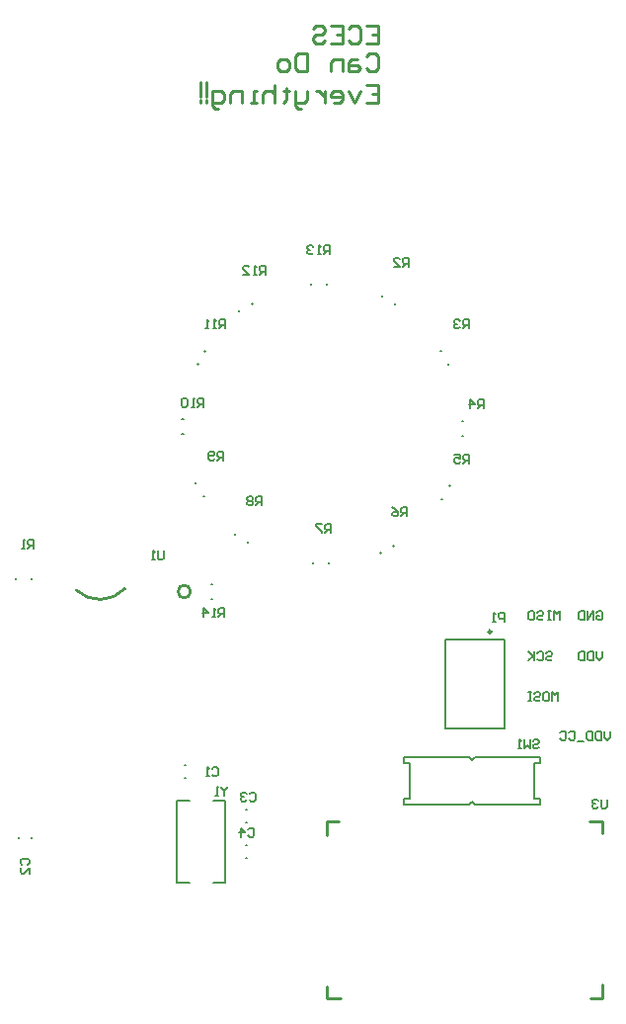
<source format=gbo>
G04*
G04 #@! TF.GenerationSoftware,Altium Limited,Altium Designer,20.1.12 (249)*
G04*
G04 Layer_Color=32896*
%FSLAX24Y24*%
%MOIN*%
G70*
G04*
G04 #@! TF.SameCoordinates,44B1C161-53CE-4806-B016-1A5A5E0544CB*
G04*
G04*
G04 #@! TF.FilePolarity,Positive*
G04*
G01*
G75*
%ADD10C,0.0100*%
%ADD12C,0.0079*%
%ADD13C,0.0060*%
%ADD59C,0.0098*%
%ADD60C,0.0050*%
D10*
X2330Y14400D02*
G03*
X3980Y14450I800J850D01*
G01*
X6192Y14350D02*
G03*
X6192Y14350I-212J0D01*
G01*
X20110Y640D02*
Y1090D01*
X19710Y640D02*
X20110D01*
X10810D02*
X11260D01*
X10810D02*
Y1040D01*
X19660Y6590D02*
X20110D01*
Y6190D02*
Y6590D01*
X10810D02*
X11210D01*
X10810Y6140D02*
Y6590D01*
X12120Y33449D02*
X12520D01*
Y32849D01*
X12120D01*
X12520Y33149D02*
X12320D01*
X11520Y33349D02*
X11620Y33449D01*
X11820D01*
X11920Y33349D01*
Y32949D01*
X11820Y32849D01*
X11620D01*
X11520Y32949D01*
X10921Y33449D02*
X11320D01*
Y32849D01*
X10921D01*
X11320Y33149D02*
X11120D01*
X10321Y33349D02*
X10421Y33449D01*
X10621D01*
X10721Y33349D01*
Y33249D01*
X10621Y33149D01*
X10421D01*
X10321Y33049D01*
Y32949D01*
X10421Y32849D01*
X10621D01*
X10721Y32949D01*
X12120Y32390D02*
X12220Y32489D01*
X12420D01*
X12520Y32390D01*
Y31990D01*
X12420Y31890D01*
X12220D01*
X12120Y31990D01*
X11820Y32290D02*
X11620D01*
X11520Y32190D01*
Y31890D01*
X11820D01*
X11920Y31990D01*
X11820Y32090D01*
X11520D01*
X11320Y31890D02*
Y32290D01*
X11020D01*
X10921Y32190D01*
Y31890D01*
X10121Y32489D02*
Y31890D01*
X9821D01*
X9721Y31990D01*
Y32390D01*
X9821Y32489D01*
X10121D01*
X9421Y31890D02*
X9221D01*
X9121Y31990D01*
Y32190D01*
X9221Y32290D01*
X9421D01*
X9521Y32190D01*
Y31990D01*
X9421Y31890D01*
X12120Y31430D02*
X12520D01*
Y30830D01*
X12120D01*
X12520Y31130D02*
X12320D01*
X11920Y31230D02*
X11720Y30830D01*
X11520Y31230D01*
X11020Y30830D02*
X11220D01*
X11320Y30930D01*
Y31130D01*
X11220Y31230D01*
X11020D01*
X10921Y31130D01*
Y31030D01*
X11320D01*
X10721Y31230D02*
Y30830D01*
Y31030D01*
X10621Y31130D01*
X10521Y31230D01*
X10421D01*
X10121D02*
Y30930D01*
X10021Y30830D01*
X9721D01*
Y30730D01*
X9821Y30630D01*
X9921D01*
X9721Y30830D02*
Y31230D01*
X9421Y31330D02*
Y31230D01*
X9521D01*
X9321D01*
X9421D01*
Y30930D01*
X9321Y30830D01*
X9021Y31430D02*
Y30830D01*
Y31130D01*
X8921Y31230D01*
X8721D01*
X8621Y31130D01*
Y30830D01*
X8421D02*
X8221D01*
X8321D01*
Y31230D01*
X8421D01*
X7921Y30830D02*
Y31230D01*
X7622D01*
X7522Y31130D01*
Y30830D01*
X7122Y30630D02*
X7022D01*
X6922Y30730D01*
Y31230D01*
X7222D01*
X7322Y31130D01*
Y30930D01*
X7222Y30830D01*
X6922D01*
X6722Y31030D02*
Y31530D01*
Y30930D02*
Y30830D01*
X6522Y31030D02*
Y31530D01*
Y30930D02*
Y30830D01*
D12*
X6898Y14606D02*
X6938D01*
X6898Y14094D02*
X6938D01*
X816Y14770D02*
Y14810D01*
X304Y14770D02*
Y14810D01*
X12659Y24301D02*
X12678Y24335D01*
X13102Y24045D02*
X13121Y24079D01*
X14635Y22452D02*
X14669Y22471D01*
X14891Y22009D02*
X14925Y22028D01*
X15360Y20106D02*
X15400D01*
X15360Y19594D02*
X15400D01*
X14911Y17921D02*
X14945Y17902D01*
X14655Y17478D02*
X14689Y17459D01*
X13042Y15915D02*
X13061Y15881D01*
X12599Y15659D02*
X12618Y15625D01*
X10846Y15290D02*
Y15330D01*
X10334Y15290D02*
Y15330D01*
X8142Y15995D02*
X8161Y16029D01*
X7699Y16251D02*
X7718Y16285D01*
X6611Y17559D02*
X6645Y17578D01*
X6355Y18002D02*
X6389Y18021D01*
X5910Y19654D02*
X5950D01*
X5910Y20166D02*
X5950D01*
X5995Y8516D02*
X6035D01*
X5995Y8064D02*
X6035D01*
X836Y6030D02*
Y6070D01*
X384Y6030D02*
Y6070D01*
X8050Y7016D02*
X8090D01*
X8050Y6564D02*
X8090D01*
X8050Y5816D02*
X8090D01*
X8050Y5364D02*
X8090D01*
X6415Y22018D02*
X6449Y21999D01*
X6671Y22461D02*
X6705Y22442D01*
X7819Y23819D02*
X7838Y23785D01*
X8262Y24075D02*
X8281Y24041D01*
X10274Y24690D02*
Y24730D01*
X10786Y24690D02*
Y24730D01*
X16800Y9740D02*
Y12740D01*
X14800Y9740D02*
X16800D01*
X14800D02*
Y12740D01*
X16800D01*
D13*
X20110Y12330D02*
Y12130D01*
X20010Y12030D01*
X19910Y12130D01*
Y12330D01*
X19810D02*
Y12030D01*
X19660D01*
X19610Y12080D01*
Y12280D01*
X19660Y12330D01*
X19810D01*
X19510D02*
Y12030D01*
X19360D01*
X19310Y12080D01*
Y12280D01*
X19360Y12330D01*
X19510D01*
X20370Y9635D02*
Y9435D01*
X20270Y9335D01*
X20170Y9435D01*
Y9635D01*
X20070D02*
Y9335D01*
X19920D01*
X19870Y9385D01*
Y9585D01*
X19920Y9635D01*
X20070D01*
X19770D02*
Y9335D01*
X19620D01*
X19570Y9385D01*
Y9585D01*
X19620Y9635D01*
X19770D01*
X19470Y9285D02*
X19270D01*
X18970Y9585D02*
X19020Y9635D01*
X19120D01*
X19170Y9585D01*
Y9385D01*
X19120Y9335D01*
X19020D01*
X18970Y9385D01*
X18670Y9585D02*
X18720Y9635D01*
X18820D01*
X18870Y9585D01*
Y9385D01*
X18820Y9335D01*
X18720D01*
X18670Y9385D01*
X18200Y12280D02*
X18250Y12330D01*
X18350D01*
X18400Y12280D01*
Y12230D01*
X18350Y12180D01*
X18250D01*
X18200Y12130D01*
Y12080D01*
X18250Y12030D01*
X18350D01*
X18400Y12080D01*
X17900Y12280D02*
X17950Y12330D01*
X18050D01*
X18100Y12280D01*
Y12080D01*
X18050Y12030D01*
X17950D01*
X17900Y12080D01*
X17800Y12330D02*
Y12030D01*
Y12130D01*
X17600Y12330D01*
X17750Y12180D01*
X17600Y12030D01*
X18600Y10660D02*
Y10960D01*
X18500Y10860D01*
X18400Y10960D01*
Y10660D01*
X18150Y10960D02*
X18250D01*
X18300Y10910D01*
Y10710D01*
X18250Y10660D01*
X18150D01*
X18100Y10710D01*
Y10910D01*
X18150Y10960D01*
X17800Y10910D02*
X17850Y10960D01*
X17950D01*
X18000Y10910D01*
Y10860D01*
X17950Y10810D01*
X17850D01*
X17800Y10760D01*
Y10710D01*
X17850Y10660D01*
X17950D01*
X18000Y10710D01*
X17700Y10960D02*
X17600D01*
X17650D01*
Y10660D01*
X17700D01*
X17600D01*
X18650Y13400D02*
Y13700D01*
X18550Y13600D01*
X18450Y13700D01*
Y13400D01*
X18350Y13700D02*
X18250D01*
X18300D01*
Y13400D01*
X18350D01*
X18250D01*
X17900Y13650D02*
X17950Y13700D01*
X18050D01*
X18100Y13650D01*
Y13600D01*
X18050Y13550D01*
X17950D01*
X17900Y13500D01*
Y13450D01*
X17950Y13400D01*
X18050D01*
X18100Y13450D01*
X17650Y13700D02*
X17750D01*
X17800Y13650D01*
Y13450D01*
X17750Y13400D01*
X17650D01*
X17600Y13450D01*
Y13650D01*
X17650Y13700D01*
X19910Y13650D02*
X19960Y13700D01*
X20060D01*
X20110Y13650D01*
Y13450D01*
X20060Y13400D01*
X19960D01*
X19910Y13450D01*
Y13550D01*
X20010D01*
X19810Y13400D02*
Y13700D01*
X19610Y13400D01*
Y13700D01*
X19510D02*
Y13400D01*
X19360D01*
X19310Y13450D01*
Y13650D01*
X19360Y13700D01*
X19510D01*
X5290Y15720D02*
Y15470D01*
X5240Y15420D01*
X5140D01*
X5090Y15470D01*
Y15720D01*
X4990Y15420D02*
X4890D01*
X4940D01*
Y15720D01*
X4990Y15670D01*
X16790Y13350D02*
Y13650D01*
X16640D01*
X16590Y13600D01*
Y13500D01*
X16640Y13450D01*
X16790D01*
X16490Y13350D02*
X16390D01*
X16440D01*
Y13650D01*
X16490Y13600D01*
X7440Y7780D02*
Y7730D01*
X7340Y7630D01*
X7240Y7730D01*
Y7780D01*
X7340Y7630D02*
Y7480D01*
X7140D02*
X7040D01*
X7090D01*
Y7780D01*
X7140Y7730D01*
X20250Y7350D02*
Y7100D01*
X20200Y7050D01*
X20100D01*
X20050Y7100D01*
Y7350D01*
X19950Y7300D02*
X19900Y7350D01*
X19800D01*
X19750Y7300D01*
Y7250D01*
X19800Y7200D01*
X19850D01*
X19800D01*
X19750Y7150D01*
Y7100D01*
X19800Y7050D01*
X19900D01*
X19950Y7100D01*
X17750Y9310D02*
X17800Y9360D01*
X17900D01*
X17950Y9310D01*
Y9260D01*
X17900Y9210D01*
X17800D01*
X17750Y9160D01*
Y9110D01*
X17800Y9060D01*
X17900D01*
X17950Y9110D01*
X17650Y9360D02*
Y9060D01*
X17550Y9160D01*
X17450Y9060D01*
Y9360D01*
X17350Y9060D02*
X17250D01*
X17300D01*
Y9360D01*
X17350Y9310D01*
X7328Y13490D02*
Y13790D01*
X7178D01*
X7128Y13740D01*
Y13640D01*
X7178Y13590D01*
X7328D01*
X7228D02*
X7128Y13490D01*
X7028D02*
X6928D01*
X6978D01*
Y13790D01*
X7028Y13740D01*
X6628Y13490D02*
Y13790D01*
X6778Y13640D01*
X6578D01*
X10880Y25730D02*
Y26030D01*
X10730D01*
X10680Y25980D01*
Y25880D01*
X10730Y25830D01*
X10880D01*
X10780D02*
X10680Y25730D01*
X10580D02*
X10480D01*
X10530D01*
Y26030D01*
X10580Y25980D01*
X10330D02*
X10280Y26030D01*
X10180D01*
X10130Y25980D01*
Y25930D01*
X10180Y25880D01*
X10230D01*
X10180D01*
X10130Y25830D01*
Y25780D01*
X10180Y25730D01*
X10280D01*
X10330Y25780D01*
X8720Y25050D02*
Y25350D01*
X8570D01*
X8520Y25300D01*
Y25200D01*
X8570Y25150D01*
X8720D01*
X8620D02*
X8520Y25050D01*
X8420D02*
X8320D01*
X8370D01*
Y25350D01*
X8420Y25300D01*
X7970Y25050D02*
X8170D01*
X7970Y25250D01*
Y25300D01*
X8020Y25350D01*
X8120D01*
X8170Y25300D01*
X7360Y23220D02*
Y23520D01*
X7210D01*
X7160Y23470D01*
Y23370D01*
X7210Y23320D01*
X7360D01*
X7260D02*
X7160Y23220D01*
X7060D02*
X6960D01*
X7010D01*
Y23520D01*
X7060Y23470D01*
X6810Y23220D02*
X6710D01*
X6760D01*
Y23520D01*
X6810Y23470D01*
X6630Y20580D02*
Y20880D01*
X6480D01*
X6430Y20830D01*
Y20730D01*
X6480Y20680D01*
X6630D01*
X6530D02*
X6430Y20580D01*
X6330D02*
X6230D01*
X6280D01*
Y20880D01*
X6330Y20830D01*
X6080D02*
X6030Y20880D01*
X5930D01*
X5880Y20830D01*
Y20630D01*
X5930Y20580D01*
X6030D01*
X6080Y20630D01*
Y20830D01*
X7300Y18780D02*
Y19080D01*
X7150D01*
X7100Y19030D01*
Y18930D01*
X7150Y18880D01*
X7300D01*
X7200D02*
X7100Y18780D01*
X7000Y18830D02*
X6950Y18780D01*
X6850D01*
X6800Y18830D01*
Y19030D01*
X6850Y19080D01*
X6950D01*
X7000Y19030D01*
Y18980D01*
X6950Y18930D01*
X6800D01*
X8600Y17260D02*
Y17560D01*
X8450D01*
X8400Y17510D01*
Y17410D01*
X8450Y17360D01*
X8600D01*
X8500D02*
X8400Y17260D01*
X8300Y17510D02*
X8250Y17560D01*
X8150D01*
X8100Y17510D01*
Y17460D01*
X8150Y17410D01*
X8100Y17360D01*
Y17310D01*
X8150Y17260D01*
X8250D01*
X8300Y17310D01*
Y17360D01*
X8250Y17410D01*
X8300Y17460D01*
Y17510D01*
X8250Y17410D02*
X8150D01*
X10940Y16330D02*
Y16630D01*
X10790D01*
X10740Y16580D01*
Y16480D01*
X10790Y16430D01*
X10940D01*
X10840D02*
X10740Y16330D01*
X10640Y16630D02*
X10440D01*
Y16580D01*
X10640Y16380D01*
Y16330D01*
X13500Y16890D02*
Y17190D01*
X13350D01*
X13300Y17140D01*
Y17040D01*
X13350Y16990D01*
X13500D01*
X13400D02*
X13300Y16890D01*
X13000Y17190D02*
X13100Y17140D01*
X13200Y17040D01*
Y16940D01*
X13150Y16890D01*
X13050D01*
X13000Y16940D01*
Y16990D01*
X13050Y17040D01*
X13200D01*
X15600Y18680D02*
Y18980D01*
X15450D01*
X15400Y18930D01*
Y18830D01*
X15450Y18780D01*
X15600D01*
X15500D02*
X15400Y18680D01*
X15100Y18980D02*
X15300D01*
Y18830D01*
X15200Y18880D01*
X15150D01*
X15100Y18830D01*
Y18730D01*
X15150Y18680D01*
X15250D01*
X15300Y18730D01*
X16080Y20520D02*
Y20820D01*
X15930D01*
X15880Y20770D01*
Y20670D01*
X15930Y20620D01*
X16080D01*
X15980D02*
X15880Y20520D01*
X15630D02*
Y20820D01*
X15780Y20670D01*
X15580D01*
X15580Y23230D02*
Y23530D01*
X15430D01*
X15380Y23480D01*
Y23380D01*
X15430Y23330D01*
X15580D01*
X15480D02*
X15380Y23230D01*
X15280Y23480D02*
X15230Y23530D01*
X15130D01*
X15080Y23480D01*
Y23430D01*
X15130Y23380D01*
X15180D01*
X15130D01*
X15080Y23330D01*
Y23280D01*
X15130Y23230D01*
X15230D01*
X15280Y23280D01*
X13560Y25310D02*
Y25610D01*
X13410D01*
X13360Y25560D01*
Y25460D01*
X13410Y25410D01*
X13560D01*
X13460D02*
X13360Y25310D01*
X13060D02*
X13260D01*
X13060Y25510D01*
Y25560D01*
X13110Y25610D01*
X13210D01*
X13260Y25560D01*
X910Y15810D02*
Y16110D01*
X760D01*
X710Y16060D01*
Y15960D01*
X760Y15910D01*
X910D01*
X810D02*
X710Y15810D01*
X610D02*
X510D01*
X560D01*
Y16110D01*
X610Y16060D01*
X8130Y6330D02*
X8180Y6380D01*
X8280D01*
X8330Y6330D01*
Y6130D01*
X8280Y6080D01*
X8180D01*
X8130Y6130D01*
X7880Y6080D02*
Y6380D01*
X8030Y6230D01*
X7830D01*
X8180Y7520D02*
X8230Y7570D01*
X8330D01*
X8380Y7520D01*
Y7320D01*
X8330Y7270D01*
X8230D01*
X8180Y7320D01*
X8080Y7520D02*
X8030Y7570D01*
X7930D01*
X7880Y7520D01*
Y7470D01*
X7930Y7420D01*
X7980D01*
X7930D01*
X7880Y7370D01*
Y7320D01*
X7930Y7270D01*
X8030D01*
X8080Y7320D01*
X500Y5140D02*
X450Y5190D01*
Y5290D01*
X500Y5340D01*
X700D01*
X750Y5290D01*
Y5190D01*
X700Y5140D01*
X750Y4840D02*
Y5040D01*
X550Y4840D01*
X500D01*
X450Y4890D01*
Y4990D01*
X500Y5040D01*
X6925Y8380D02*
X6975Y8430D01*
X7075D01*
X7125Y8380D01*
Y8180D01*
X7075Y8130D01*
X6975D01*
X6925Y8180D01*
X6825Y8130D02*
X6725D01*
X6775D01*
Y8430D01*
X6825Y8380D01*
D59*
X16349Y12996D02*
G03*
X16349Y12996I-49J0D01*
G01*
D60*
X13390Y7170D02*
X15590D01*
X15690Y7270D01*
X15790Y7170D01*
X17990D01*
Y7370D01*
X17790D02*
X17990D01*
X17790D02*
Y8570D01*
X17990D01*
Y8770D01*
X15790D02*
X17990D01*
X15690Y8670D02*
X15790Y8770D01*
X15590D02*
X15690Y8670D01*
X13390Y8770D02*
X15590D01*
X13390Y8570D02*
Y8770D01*
Y8570D02*
X13590D01*
Y7370D02*
Y8570D01*
X13390Y7370D02*
X13590D01*
X13390Y7170D02*
Y7370D01*
X6948Y4532D02*
X7357D01*
Y7288D01*
X6948D02*
X7357D01*
X5743D02*
X6152D01*
X5743Y4532D02*
Y7288D01*
Y4532D02*
X6152D01*
M02*

</source>
